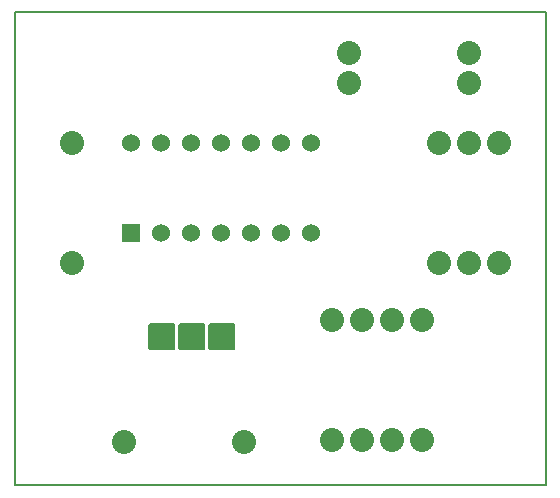
<source format=gbr>
G04 PROTEUS GERBER X2 FILE*
%TF.GenerationSoftware,Labcenter,Proteus,8.6-SP2-Build23525*%
%TF.CreationDate,2018-04-08T18:57:29+00:00*%
%TF.FileFunction,Soldermask,Top*%
%TF.FilePolarity,Negative*%
%TF.Part,Single*%
%FSLAX45Y45*%
%MOMM*%
G01*
%AMPPAD007*
4,1,36,
-0.635000,0.762000,
0.635000,0.762000,
0.660970,0.759470,
0.684980,0.752200,
0.706580,0.740650,
0.725290,0.725290,
0.740650,0.706570,
0.752200,0.684980,
0.759470,0.660970,
0.762000,0.635000,
0.762000,-0.635000,
0.759470,-0.660970,
0.752200,-0.684980,
0.740650,-0.706570,
0.725290,-0.725290,
0.706580,-0.740650,
0.684980,-0.752200,
0.660970,-0.759470,
0.635000,-0.762000,
-0.635000,-0.762000,
-0.660970,-0.759470,
-0.684980,-0.752200,
-0.706580,-0.740650,
-0.725290,-0.725290,
-0.740650,-0.706570,
-0.752200,-0.684980,
-0.759470,-0.660970,
-0.762000,-0.635000,
-0.762000,0.635000,
-0.759470,0.660970,
-0.752200,0.684980,
-0.740650,0.706570,
-0.725290,0.725290,
-0.706580,0.740650,
-0.684980,0.752200,
-0.660970,0.759470,
-0.635000,0.762000,
0*%
%TA.AperFunction,Material*%
%ADD17PPAD007*%
%ADD18C,1.524000*%
%TA.AperFunction,Material*%
%ADD19C,2.032000*%
%AMPPAD010*
4,1,36,
1.016000,-1.143000,
-1.016000,-1.143000,
-1.041970,-1.140470,
-1.065980,-1.133200,
-1.087580,-1.121650,
-1.106290,-1.106290,
-1.121650,-1.087570,
-1.133200,-1.065980,
-1.140470,-1.041970,
-1.143000,-1.016000,
-1.143000,1.016000,
-1.140470,1.041970,
-1.133200,1.065980,
-1.121650,1.087570,
-1.106290,1.106290,
-1.087580,1.121650,
-1.065980,1.133200,
-1.041970,1.140470,
-1.016000,1.143000,
1.016000,1.143000,
1.041970,1.140470,
1.065980,1.133200,
1.087580,1.121650,
1.106290,1.106290,
1.121650,1.087570,
1.133200,1.065980,
1.140470,1.041970,
1.143000,1.016000,
1.143000,-1.016000,
1.140470,-1.041970,
1.133200,-1.065980,
1.121650,-1.087570,
1.106290,-1.106290,
1.087580,-1.121650,
1.065980,-1.133200,
1.041970,-1.140470,
1.016000,-1.143000,
0*%
%TA.AperFunction,Material*%
%ADD70PPAD010*%
%TA.AperFunction,Profile*%
%ADD15C,0.203200*%
%TD.AperFunction*%
D17*
X-8763000Y+635000D03*
D18*
X-8509000Y+635000D03*
X-8255000Y+635000D03*
X-8001000Y+635000D03*
X-7747000Y+635000D03*
X-7493000Y+635000D03*
X-7239000Y+635000D03*
X-7239000Y+1397000D03*
X-7493000Y+1397000D03*
X-7747000Y+1397000D03*
X-8001000Y+1397000D03*
X-8255000Y+1397000D03*
X-8509000Y+1397000D03*
X-8763000Y+1397000D03*
D19*
X-7064000Y-103000D03*
X-7064000Y-1119000D03*
X-6810000Y-103000D03*
X-6810000Y-1119000D03*
X-6556000Y-103000D03*
X-6556000Y-1119000D03*
X-6302000Y-1119000D03*
X-6302000Y-103000D03*
X-6159000Y+381000D03*
X-6159000Y+1397000D03*
X-5905000Y+381000D03*
X-5905000Y+1397000D03*
X-5651000Y+1397000D03*
X-5651000Y+381000D03*
X-9267000Y+381000D03*
X-9267000Y+1397000D03*
X-5901000Y+1901000D03*
X-6917000Y+1901000D03*
X-5901000Y+2155000D03*
X-6917000Y+2155000D03*
D70*
X-7996000Y-250000D03*
X-8250000Y-250000D03*
X-8504000Y-250000D03*
D19*
X-8826000Y-1135000D03*
X-7810000Y-1135000D03*
D15*
X-9750000Y-1500000D02*
X-5250000Y-1500000D01*
X-5250000Y+2500000D01*
X-9750000Y+2500000D01*
X-9750000Y-1500000D01*
M02*

</source>
